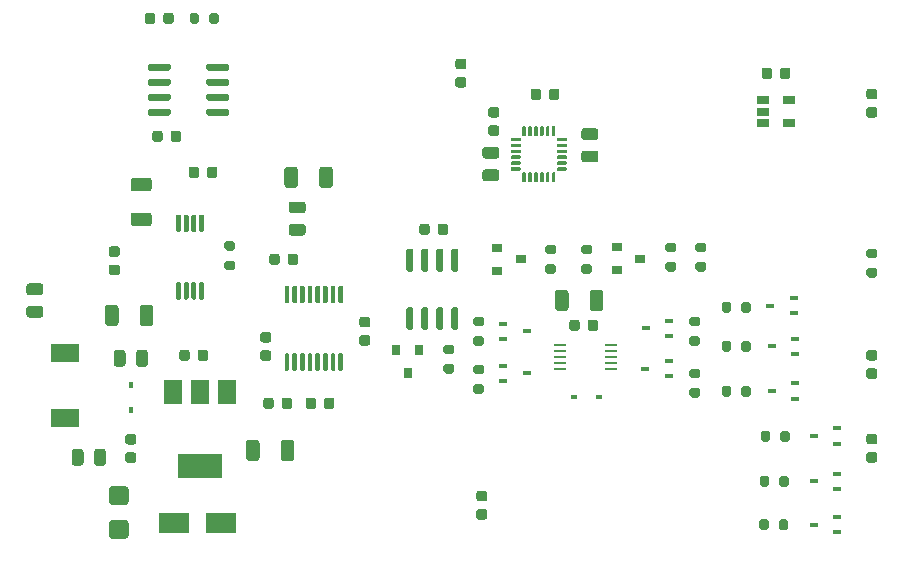
<source format=gbr>
%TF.GenerationSoftware,KiCad,Pcbnew,(5.1.9)-1*%
%TF.CreationDate,2021-02-21T10:06:18+01:00*%
%TF.ProjectId,CanDisplayFoReal,43616e44-6973-4706-9c61-79466f526561,rev?*%
%TF.SameCoordinates,Original*%
%TF.FileFunction,Paste,Top*%
%TF.FilePolarity,Positive*%
%FSLAX46Y46*%
G04 Gerber Fmt 4.6, Leading zero omitted, Abs format (unit mm)*
G04 Created by KiCad (PCBNEW (5.1.9)-1) date 2021-02-21 10:06:18*
%MOMM*%
%LPD*%
G01*
G04 APERTURE LIST*
%ADD10R,1.100000X0.250000*%
%ADD11R,1.500000X2.000000*%
%ADD12R,3.800000X2.000000*%
%ADD13R,1.060000X0.650000*%
%ADD14R,0.900000X0.800000*%
%ADD15R,2.400000X1.500000*%
%ADD16R,0.700000X0.450000*%
%ADD17R,0.600000X0.450000*%
%ADD18R,0.450000X0.600000*%
%ADD19R,2.500000X1.800000*%
%ADD20R,0.800000X0.900000*%
G04 APERTURE END LIST*
%TO.C,C31*%
G36*
G01*
X194052000Y-60635000D02*
X193552000Y-60635000D01*
G75*
G02*
X193327000Y-60410000I0J225000D01*
G01*
X193327000Y-59960000D01*
G75*
G02*
X193552000Y-59735000I225000J0D01*
G01*
X194052000Y-59735000D01*
G75*
G02*
X194277000Y-59960000I0J-225000D01*
G01*
X194277000Y-60410000D01*
G75*
G02*
X194052000Y-60635000I-225000J0D01*
G01*
G37*
G36*
G01*
X194052000Y-62185000D02*
X193552000Y-62185000D01*
G75*
G02*
X193327000Y-61960000I0J225000D01*
G01*
X193327000Y-61510000D01*
G75*
G02*
X193552000Y-61285000I225000J0D01*
G01*
X194052000Y-61285000D01*
G75*
G02*
X194277000Y-61510000I0J-225000D01*
G01*
X194277000Y-61960000D01*
G75*
G02*
X194052000Y-62185000I-225000J0D01*
G01*
G37*
%TD*%
%TO.C,C30*%
G36*
G01*
X194052000Y-89845000D02*
X193552000Y-89845000D01*
G75*
G02*
X193327000Y-89620000I0J225000D01*
G01*
X193327000Y-89170000D01*
G75*
G02*
X193552000Y-88945000I225000J0D01*
G01*
X194052000Y-88945000D01*
G75*
G02*
X194277000Y-89170000I0J-225000D01*
G01*
X194277000Y-89620000D01*
G75*
G02*
X194052000Y-89845000I-225000J0D01*
G01*
G37*
G36*
G01*
X194052000Y-91395000D02*
X193552000Y-91395000D01*
G75*
G02*
X193327000Y-91170000I0J225000D01*
G01*
X193327000Y-90720000D01*
G75*
G02*
X193552000Y-90495000I225000J0D01*
G01*
X194052000Y-90495000D01*
G75*
G02*
X194277000Y-90720000I0J-225000D01*
G01*
X194277000Y-91170000D01*
G75*
G02*
X194052000Y-91395000I-225000J0D01*
G01*
G37*
%TD*%
%TO.C,C24*%
G36*
G01*
X161032000Y-94671000D02*
X160532000Y-94671000D01*
G75*
G02*
X160307000Y-94446000I0J225000D01*
G01*
X160307000Y-93996000D01*
G75*
G02*
X160532000Y-93771000I225000J0D01*
G01*
X161032000Y-93771000D01*
G75*
G02*
X161257000Y-93996000I0J-225000D01*
G01*
X161257000Y-94446000D01*
G75*
G02*
X161032000Y-94671000I-225000J0D01*
G01*
G37*
G36*
G01*
X161032000Y-96221000D02*
X160532000Y-96221000D01*
G75*
G02*
X160307000Y-95996000I0J225000D01*
G01*
X160307000Y-95546000D01*
G75*
G02*
X160532000Y-95321000I225000J0D01*
G01*
X161032000Y-95321000D01*
G75*
G02*
X161257000Y-95546000I0J-225000D01*
G01*
X161257000Y-95996000D01*
G75*
G02*
X161032000Y-96221000I-225000J0D01*
G01*
G37*
%TD*%
%TO.C,C6*%
G36*
G01*
X158754000Y-58732000D02*
X159254000Y-58732000D01*
G75*
G02*
X159479000Y-58957000I0J-225000D01*
G01*
X159479000Y-59407000D01*
G75*
G02*
X159254000Y-59632000I-225000J0D01*
G01*
X158754000Y-59632000D01*
G75*
G02*
X158529000Y-59407000I0J225000D01*
G01*
X158529000Y-58957000D01*
G75*
G02*
X158754000Y-58732000I225000J0D01*
G01*
G37*
G36*
G01*
X158754000Y-57182000D02*
X159254000Y-57182000D01*
G75*
G02*
X159479000Y-57407000I0J-225000D01*
G01*
X159479000Y-57857000D01*
G75*
G02*
X159254000Y-58082000I-225000J0D01*
G01*
X158754000Y-58082000D01*
G75*
G02*
X158529000Y-57857000I0J225000D01*
G01*
X158529000Y-57407000D01*
G75*
G02*
X158754000Y-57182000I225000J0D01*
G01*
G37*
%TD*%
%TO.C,C4*%
G36*
G01*
X194052000Y-82746000D02*
X193552000Y-82746000D01*
G75*
G02*
X193327000Y-82521000I0J225000D01*
G01*
X193327000Y-82071000D01*
G75*
G02*
X193552000Y-81846000I225000J0D01*
G01*
X194052000Y-81846000D01*
G75*
G02*
X194277000Y-82071000I0J-225000D01*
G01*
X194277000Y-82521000D01*
G75*
G02*
X194052000Y-82746000I-225000J0D01*
G01*
G37*
G36*
G01*
X194052000Y-84296000D02*
X193552000Y-84296000D01*
G75*
G02*
X193327000Y-84071000I0J225000D01*
G01*
X193327000Y-83621000D01*
G75*
G02*
X193552000Y-83396000I225000J0D01*
G01*
X194052000Y-83396000D01*
G75*
G02*
X194277000Y-83621000I0J-225000D01*
G01*
X194277000Y-84071000D01*
G75*
G02*
X194052000Y-84296000I-225000J0D01*
G01*
G37*
%TD*%
%TO.C,U10*%
G36*
G01*
X134455000Y-61572000D02*
X134455000Y-61872000D01*
G75*
G02*
X134305000Y-62022000I-150000J0D01*
G01*
X132655000Y-62022000D01*
G75*
G02*
X132505000Y-61872000I0J150000D01*
G01*
X132505000Y-61572000D01*
G75*
G02*
X132655000Y-61422000I150000J0D01*
G01*
X134305000Y-61422000D01*
G75*
G02*
X134455000Y-61572000I0J-150000D01*
G01*
G37*
G36*
G01*
X134455000Y-60302000D02*
X134455000Y-60602000D01*
G75*
G02*
X134305000Y-60752000I-150000J0D01*
G01*
X132655000Y-60752000D01*
G75*
G02*
X132505000Y-60602000I0J150000D01*
G01*
X132505000Y-60302000D01*
G75*
G02*
X132655000Y-60152000I150000J0D01*
G01*
X134305000Y-60152000D01*
G75*
G02*
X134455000Y-60302000I0J-150000D01*
G01*
G37*
G36*
G01*
X134455000Y-59032000D02*
X134455000Y-59332000D01*
G75*
G02*
X134305000Y-59482000I-150000J0D01*
G01*
X132655000Y-59482000D01*
G75*
G02*
X132505000Y-59332000I0J150000D01*
G01*
X132505000Y-59032000D01*
G75*
G02*
X132655000Y-58882000I150000J0D01*
G01*
X134305000Y-58882000D01*
G75*
G02*
X134455000Y-59032000I0J-150000D01*
G01*
G37*
G36*
G01*
X134455000Y-57762000D02*
X134455000Y-58062000D01*
G75*
G02*
X134305000Y-58212000I-150000J0D01*
G01*
X132655000Y-58212000D01*
G75*
G02*
X132505000Y-58062000I0J150000D01*
G01*
X132505000Y-57762000D01*
G75*
G02*
X132655000Y-57612000I150000J0D01*
G01*
X134305000Y-57612000D01*
G75*
G02*
X134455000Y-57762000I0J-150000D01*
G01*
G37*
G36*
G01*
X139405000Y-57762000D02*
X139405000Y-58062000D01*
G75*
G02*
X139255000Y-58212000I-150000J0D01*
G01*
X137605000Y-58212000D01*
G75*
G02*
X137455000Y-58062000I0J150000D01*
G01*
X137455000Y-57762000D01*
G75*
G02*
X137605000Y-57612000I150000J0D01*
G01*
X139255000Y-57612000D01*
G75*
G02*
X139405000Y-57762000I0J-150000D01*
G01*
G37*
G36*
G01*
X139405000Y-59032000D02*
X139405000Y-59332000D01*
G75*
G02*
X139255000Y-59482000I-150000J0D01*
G01*
X137605000Y-59482000D01*
G75*
G02*
X137455000Y-59332000I0J150000D01*
G01*
X137455000Y-59032000D01*
G75*
G02*
X137605000Y-58882000I150000J0D01*
G01*
X139255000Y-58882000D01*
G75*
G02*
X139405000Y-59032000I0J-150000D01*
G01*
G37*
G36*
G01*
X139405000Y-60302000D02*
X139405000Y-60602000D01*
G75*
G02*
X139255000Y-60752000I-150000J0D01*
G01*
X137605000Y-60752000D01*
G75*
G02*
X137455000Y-60602000I0J150000D01*
G01*
X137455000Y-60302000D01*
G75*
G02*
X137605000Y-60152000I150000J0D01*
G01*
X139255000Y-60152000D01*
G75*
G02*
X139405000Y-60302000I0J-150000D01*
G01*
G37*
G36*
G01*
X139405000Y-61572000D02*
X139405000Y-61872000D01*
G75*
G02*
X139255000Y-62022000I-150000J0D01*
G01*
X137605000Y-62022000D01*
G75*
G02*
X137455000Y-61872000I0J150000D01*
G01*
X137455000Y-61572000D01*
G75*
G02*
X137605000Y-61422000I150000J0D01*
G01*
X139255000Y-61422000D01*
G75*
G02*
X139405000Y-61572000I0J-150000D01*
G01*
G37*
%TD*%
%TO.C,C29*%
G36*
G01*
X162048000Y-62172000D02*
X161548000Y-62172000D01*
G75*
G02*
X161323000Y-61947000I0J225000D01*
G01*
X161323000Y-61497000D01*
G75*
G02*
X161548000Y-61272000I225000J0D01*
G01*
X162048000Y-61272000D01*
G75*
G02*
X162273000Y-61497000I0J-225000D01*
G01*
X162273000Y-61947000D01*
G75*
G02*
X162048000Y-62172000I-225000J0D01*
G01*
G37*
G36*
G01*
X162048000Y-63722000D02*
X161548000Y-63722000D01*
G75*
G02*
X161323000Y-63497000I0J225000D01*
G01*
X161323000Y-63047000D01*
G75*
G02*
X161548000Y-62822000I225000J0D01*
G01*
X162048000Y-62822000D01*
G75*
G02*
X162273000Y-63047000I0J-225000D01*
G01*
X162273000Y-63497000D01*
G75*
G02*
X162048000Y-63722000I-225000J0D01*
G01*
G37*
%TD*%
%TO.C,C28*%
G36*
G01*
X134424000Y-64004000D02*
X134424000Y-63504000D01*
G75*
G02*
X134649000Y-63279000I225000J0D01*
G01*
X135099000Y-63279000D01*
G75*
G02*
X135324000Y-63504000I0J-225000D01*
G01*
X135324000Y-64004000D01*
G75*
G02*
X135099000Y-64229000I-225000J0D01*
G01*
X134649000Y-64229000D01*
G75*
G02*
X134424000Y-64004000I0J225000D01*
G01*
G37*
G36*
G01*
X132874000Y-64004000D02*
X132874000Y-63504000D01*
G75*
G02*
X133099000Y-63279000I225000J0D01*
G01*
X133549000Y-63279000D01*
G75*
G02*
X133774000Y-63504000I0J-225000D01*
G01*
X133774000Y-64004000D01*
G75*
G02*
X133549000Y-64229000I-225000J0D01*
G01*
X133099000Y-64229000D01*
G75*
G02*
X132874000Y-64004000I0J225000D01*
G01*
G37*
%TD*%
%TO.C,C27*%
G36*
G01*
X162019000Y-65656000D02*
X161069000Y-65656000D01*
G75*
G02*
X160819000Y-65406000I0J250000D01*
G01*
X160819000Y-64906000D01*
G75*
G02*
X161069000Y-64656000I250000J0D01*
G01*
X162019000Y-64656000D01*
G75*
G02*
X162269000Y-64906000I0J-250000D01*
G01*
X162269000Y-65406000D01*
G75*
G02*
X162019000Y-65656000I-250000J0D01*
G01*
G37*
G36*
G01*
X162019000Y-67556000D02*
X161069000Y-67556000D01*
G75*
G02*
X160819000Y-67306000I0J250000D01*
G01*
X160819000Y-66806000D01*
G75*
G02*
X161069000Y-66556000I250000J0D01*
G01*
X162019000Y-66556000D01*
G75*
G02*
X162269000Y-66806000I0J-250000D01*
G01*
X162269000Y-67306000D01*
G75*
G02*
X162019000Y-67556000I-250000J0D01*
G01*
G37*
%TD*%
%TO.C,C26*%
G36*
G01*
X166454000Y-60448000D02*
X166454000Y-59948000D01*
G75*
G02*
X166679000Y-59723000I225000J0D01*
G01*
X167129000Y-59723000D01*
G75*
G02*
X167354000Y-59948000I0J-225000D01*
G01*
X167354000Y-60448000D01*
G75*
G02*
X167129000Y-60673000I-225000J0D01*
G01*
X166679000Y-60673000D01*
G75*
G02*
X166454000Y-60448000I0J225000D01*
G01*
G37*
G36*
G01*
X164904000Y-60448000D02*
X164904000Y-59948000D01*
G75*
G02*
X165129000Y-59723000I225000J0D01*
G01*
X165579000Y-59723000D01*
G75*
G02*
X165804000Y-59948000I0J-225000D01*
G01*
X165804000Y-60448000D01*
G75*
G02*
X165579000Y-60673000I-225000J0D01*
G01*
X165129000Y-60673000D01*
G75*
G02*
X164904000Y-60448000I0J225000D01*
G01*
G37*
%TD*%
%TO.C,C25*%
G36*
G01*
X169451000Y-64966000D02*
X170401000Y-64966000D01*
G75*
G02*
X170651000Y-65216000I0J-250000D01*
G01*
X170651000Y-65716000D01*
G75*
G02*
X170401000Y-65966000I-250000J0D01*
G01*
X169451000Y-65966000D01*
G75*
G02*
X169201000Y-65716000I0J250000D01*
G01*
X169201000Y-65216000D01*
G75*
G02*
X169451000Y-64966000I250000J0D01*
G01*
G37*
G36*
G01*
X169451000Y-63066000D02*
X170401000Y-63066000D01*
G75*
G02*
X170651000Y-63316000I0J-250000D01*
G01*
X170651000Y-63816000D01*
G75*
G02*
X170401000Y-64066000I-250000J0D01*
G01*
X169451000Y-64066000D01*
G75*
G02*
X169201000Y-63816000I0J250000D01*
G01*
X169201000Y-63316000D01*
G75*
G02*
X169451000Y-63066000I250000J0D01*
G01*
G37*
%TD*%
%TO.C,U9*%
G36*
G01*
X166783000Y-66803000D02*
X166933000Y-66803000D01*
G75*
G02*
X167008000Y-66878000I0J-75000D01*
G01*
X167008000Y-67578000D01*
G75*
G02*
X166933000Y-67653000I-75000J0D01*
G01*
X166783000Y-67653000D01*
G75*
G02*
X166708000Y-67578000I0J75000D01*
G01*
X166708000Y-66878000D01*
G75*
G02*
X166783000Y-66803000I75000J0D01*
G01*
G37*
G36*
G01*
X166283000Y-66803000D02*
X166433000Y-66803000D01*
G75*
G02*
X166508000Y-66878000I0J-75000D01*
G01*
X166508000Y-67578000D01*
G75*
G02*
X166433000Y-67653000I-75000J0D01*
G01*
X166283000Y-67653000D01*
G75*
G02*
X166208000Y-67578000I0J75000D01*
G01*
X166208000Y-66878000D01*
G75*
G02*
X166283000Y-66803000I75000J0D01*
G01*
G37*
G36*
G01*
X165783000Y-66803000D02*
X165933000Y-66803000D01*
G75*
G02*
X166008000Y-66878000I0J-75000D01*
G01*
X166008000Y-67578000D01*
G75*
G02*
X165933000Y-67653000I-75000J0D01*
G01*
X165783000Y-67653000D01*
G75*
G02*
X165708000Y-67578000I0J75000D01*
G01*
X165708000Y-66878000D01*
G75*
G02*
X165783000Y-66803000I75000J0D01*
G01*
G37*
G36*
G01*
X165283000Y-66803000D02*
X165433000Y-66803000D01*
G75*
G02*
X165508000Y-66878000I0J-75000D01*
G01*
X165508000Y-67578000D01*
G75*
G02*
X165433000Y-67653000I-75000J0D01*
G01*
X165283000Y-67653000D01*
G75*
G02*
X165208000Y-67578000I0J75000D01*
G01*
X165208000Y-66878000D01*
G75*
G02*
X165283000Y-66803000I75000J0D01*
G01*
G37*
G36*
G01*
X164783000Y-66803000D02*
X164933000Y-66803000D01*
G75*
G02*
X165008000Y-66878000I0J-75000D01*
G01*
X165008000Y-67578000D01*
G75*
G02*
X164933000Y-67653000I-75000J0D01*
G01*
X164783000Y-67653000D01*
G75*
G02*
X164708000Y-67578000I0J75000D01*
G01*
X164708000Y-66878000D01*
G75*
G02*
X164783000Y-66803000I75000J0D01*
G01*
G37*
G36*
G01*
X164283000Y-66803000D02*
X164433000Y-66803000D01*
G75*
G02*
X164508000Y-66878000I0J-75000D01*
G01*
X164508000Y-67578000D01*
G75*
G02*
X164433000Y-67653000I-75000J0D01*
G01*
X164283000Y-67653000D01*
G75*
G02*
X164208000Y-67578000I0J75000D01*
G01*
X164208000Y-66878000D01*
G75*
G02*
X164283000Y-66803000I75000J0D01*
G01*
G37*
G36*
G01*
X164083000Y-66453000D02*
X164083000Y-66603000D01*
G75*
G02*
X164008000Y-66678000I-75000J0D01*
G01*
X163308000Y-66678000D01*
G75*
G02*
X163233000Y-66603000I0J75000D01*
G01*
X163233000Y-66453000D01*
G75*
G02*
X163308000Y-66378000I75000J0D01*
G01*
X164008000Y-66378000D01*
G75*
G02*
X164083000Y-66453000I0J-75000D01*
G01*
G37*
G36*
G01*
X164083000Y-65953000D02*
X164083000Y-66103000D01*
G75*
G02*
X164008000Y-66178000I-75000J0D01*
G01*
X163308000Y-66178000D01*
G75*
G02*
X163233000Y-66103000I0J75000D01*
G01*
X163233000Y-65953000D01*
G75*
G02*
X163308000Y-65878000I75000J0D01*
G01*
X164008000Y-65878000D01*
G75*
G02*
X164083000Y-65953000I0J-75000D01*
G01*
G37*
G36*
G01*
X164083000Y-65453000D02*
X164083000Y-65603000D01*
G75*
G02*
X164008000Y-65678000I-75000J0D01*
G01*
X163308000Y-65678000D01*
G75*
G02*
X163233000Y-65603000I0J75000D01*
G01*
X163233000Y-65453000D01*
G75*
G02*
X163308000Y-65378000I75000J0D01*
G01*
X164008000Y-65378000D01*
G75*
G02*
X164083000Y-65453000I0J-75000D01*
G01*
G37*
G36*
G01*
X164083000Y-64953000D02*
X164083000Y-65103000D01*
G75*
G02*
X164008000Y-65178000I-75000J0D01*
G01*
X163308000Y-65178000D01*
G75*
G02*
X163233000Y-65103000I0J75000D01*
G01*
X163233000Y-64953000D01*
G75*
G02*
X163308000Y-64878000I75000J0D01*
G01*
X164008000Y-64878000D01*
G75*
G02*
X164083000Y-64953000I0J-75000D01*
G01*
G37*
G36*
G01*
X164083000Y-64453000D02*
X164083000Y-64603000D01*
G75*
G02*
X164008000Y-64678000I-75000J0D01*
G01*
X163308000Y-64678000D01*
G75*
G02*
X163233000Y-64603000I0J75000D01*
G01*
X163233000Y-64453000D01*
G75*
G02*
X163308000Y-64378000I75000J0D01*
G01*
X164008000Y-64378000D01*
G75*
G02*
X164083000Y-64453000I0J-75000D01*
G01*
G37*
G36*
G01*
X164083000Y-63953000D02*
X164083000Y-64103000D01*
G75*
G02*
X164008000Y-64178000I-75000J0D01*
G01*
X163308000Y-64178000D01*
G75*
G02*
X163233000Y-64103000I0J75000D01*
G01*
X163233000Y-63953000D01*
G75*
G02*
X163308000Y-63878000I75000J0D01*
G01*
X164008000Y-63878000D01*
G75*
G02*
X164083000Y-63953000I0J-75000D01*
G01*
G37*
G36*
G01*
X164283000Y-62903000D02*
X164433000Y-62903000D01*
G75*
G02*
X164508000Y-62978000I0J-75000D01*
G01*
X164508000Y-63678000D01*
G75*
G02*
X164433000Y-63753000I-75000J0D01*
G01*
X164283000Y-63753000D01*
G75*
G02*
X164208000Y-63678000I0J75000D01*
G01*
X164208000Y-62978000D01*
G75*
G02*
X164283000Y-62903000I75000J0D01*
G01*
G37*
G36*
G01*
X164783000Y-62903000D02*
X164933000Y-62903000D01*
G75*
G02*
X165008000Y-62978000I0J-75000D01*
G01*
X165008000Y-63678000D01*
G75*
G02*
X164933000Y-63753000I-75000J0D01*
G01*
X164783000Y-63753000D01*
G75*
G02*
X164708000Y-63678000I0J75000D01*
G01*
X164708000Y-62978000D01*
G75*
G02*
X164783000Y-62903000I75000J0D01*
G01*
G37*
G36*
G01*
X165283000Y-62903000D02*
X165433000Y-62903000D01*
G75*
G02*
X165508000Y-62978000I0J-75000D01*
G01*
X165508000Y-63678000D01*
G75*
G02*
X165433000Y-63753000I-75000J0D01*
G01*
X165283000Y-63753000D01*
G75*
G02*
X165208000Y-63678000I0J75000D01*
G01*
X165208000Y-62978000D01*
G75*
G02*
X165283000Y-62903000I75000J0D01*
G01*
G37*
G36*
G01*
X165783000Y-62903000D02*
X165933000Y-62903000D01*
G75*
G02*
X166008000Y-62978000I0J-75000D01*
G01*
X166008000Y-63678000D01*
G75*
G02*
X165933000Y-63753000I-75000J0D01*
G01*
X165783000Y-63753000D01*
G75*
G02*
X165708000Y-63678000I0J75000D01*
G01*
X165708000Y-62978000D01*
G75*
G02*
X165783000Y-62903000I75000J0D01*
G01*
G37*
G36*
G01*
X166283000Y-62903000D02*
X166433000Y-62903000D01*
G75*
G02*
X166508000Y-62978000I0J-75000D01*
G01*
X166508000Y-63678000D01*
G75*
G02*
X166433000Y-63753000I-75000J0D01*
G01*
X166283000Y-63753000D01*
G75*
G02*
X166208000Y-63678000I0J75000D01*
G01*
X166208000Y-62978000D01*
G75*
G02*
X166283000Y-62903000I75000J0D01*
G01*
G37*
G36*
G01*
X166783000Y-62903000D02*
X166933000Y-62903000D01*
G75*
G02*
X167008000Y-62978000I0J-75000D01*
G01*
X167008000Y-63678000D01*
G75*
G02*
X166933000Y-63753000I-75000J0D01*
G01*
X166783000Y-63753000D01*
G75*
G02*
X166708000Y-63678000I0J75000D01*
G01*
X166708000Y-62978000D01*
G75*
G02*
X166783000Y-62903000I75000J0D01*
G01*
G37*
G36*
G01*
X167983000Y-63953000D02*
X167983000Y-64103000D01*
G75*
G02*
X167908000Y-64178000I-75000J0D01*
G01*
X167208000Y-64178000D01*
G75*
G02*
X167133000Y-64103000I0J75000D01*
G01*
X167133000Y-63953000D01*
G75*
G02*
X167208000Y-63878000I75000J0D01*
G01*
X167908000Y-63878000D01*
G75*
G02*
X167983000Y-63953000I0J-75000D01*
G01*
G37*
G36*
G01*
X167983000Y-64453000D02*
X167983000Y-64603000D01*
G75*
G02*
X167908000Y-64678000I-75000J0D01*
G01*
X167208000Y-64678000D01*
G75*
G02*
X167133000Y-64603000I0J75000D01*
G01*
X167133000Y-64453000D01*
G75*
G02*
X167208000Y-64378000I75000J0D01*
G01*
X167908000Y-64378000D01*
G75*
G02*
X167983000Y-64453000I0J-75000D01*
G01*
G37*
G36*
G01*
X167983000Y-64953000D02*
X167983000Y-65103000D01*
G75*
G02*
X167908000Y-65178000I-75000J0D01*
G01*
X167208000Y-65178000D01*
G75*
G02*
X167133000Y-65103000I0J75000D01*
G01*
X167133000Y-64953000D01*
G75*
G02*
X167208000Y-64878000I75000J0D01*
G01*
X167908000Y-64878000D01*
G75*
G02*
X167983000Y-64953000I0J-75000D01*
G01*
G37*
G36*
G01*
X167983000Y-65453000D02*
X167983000Y-65603000D01*
G75*
G02*
X167908000Y-65678000I-75000J0D01*
G01*
X167208000Y-65678000D01*
G75*
G02*
X167133000Y-65603000I0J75000D01*
G01*
X167133000Y-65453000D01*
G75*
G02*
X167208000Y-65378000I75000J0D01*
G01*
X167908000Y-65378000D01*
G75*
G02*
X167983000Y-65453000I0J-75000D01*
G01*
G37*
G36*
G01*
X167983000Y-65953000D02*
X167983000Y-66103000D01*
G75*
G02*
X167908000Y-66178000I-75000J0D01*
G01*
X167208000Y-66178000D01*
G75*
G02*
X167133000Y-66103000I0J75000D01*
G01*
X167133000Y-65953000D01*
G75*
G02*
X167208000Y-65878000I75000J0D01*
G01*
X167908000Y-65878000D01*
G75*
G02*
X167983000Y-65953000I0J-75000D01*
G01*
G37*
G36*
G01*
X167983000Y-66453000D02*
X167983000Y-66603000D01*
G75*
G02*
X167908000Y-66678000I-75000J0D01*
G01*
X167208000Y-66678000D01*
G75*
G02*
X167133000Y-66603000I0J75000D01*
G01*
X167133000Y-66453000D01*
G75*
G02*
X167208000Y-66378000I75000J0D01*
G01*
X167908000Y-66378000D01*
G75*
G02*
X167983000Y-66453000I0J-75000D01*
G01*
G37*
%TD*%
%TO.C,C23*%
G36*
G01*
X131514000Y-83025000D02*
X131514000Y-82075000D01*
G75*
G02*
X131764000Y-81825000I250000J0D01*
G01*
X132264000Y-81825000D01*
G75*
G02*
X132514000Y-82075000I0J-250000D01*
G01*
X132514000Y-83025000D01*
G75*
G02*
X132264000Y-83275000I-250000J0D01*
G01*
X131764000Y-83275000D01*
G75*
G02*
X131514000Y-83025000I0J250000D01*
G01*
G37*
G36*
G01*
X129614000Y-83025000D02*
X129614000Y-82075000D01*
G75*
G02*
X129864000Y-81825000I250000J0D01*
G01*
X130364000Y-81825000D01*
G75*
G02*
X130614000Y-82075000I0J-250000D01*
G01*
X130614000Y-83025000D01*
G75*
G02*
X130364000Y-83275000I-250000J0D01*
G01*
X129864000Y-83275000D01*
G75*
G02*
X129614000Y-83025000I0J250000D01*
G01*
G37*
%TD*%
%TO.C,C17*%
G36*
G01*
X144671000Y-71174000D02*
X145621000Y-71174000D01*
G75*
G02*
X145871000Y-71424000I0J-250000D01*
G01*
X145871000Y-71924000D01*
G75*
G02*
X145621000Y-72174000I-250000J0D01*
G01*
X144671000Y-72174000D01*
G75*
G02*
X144421000Y-71924000I0J250000D01*
G01*
X144421000Y-71424000D01*
G75*
G02*
X144671000Y-71174000I250000J0D01*
G01*
G37*
G36*
G01*
X144671000Y-69274000D02*
X145621000Y-69274000D01*
G75*
G02*
X145871000Y-69524000I0J-250000D01*
G01*
X145871000Y-70024000D01*
G75*
G02*
X145621000Y-70274000I-250000J0D01*
G01*
X144671000Y-70274000D01*
G75*
G02*
X144421000Y-70024000I0J250000D01*
G01*
X144421000Y-69524000D01*
G75*
G02*
X144671000Y-69274000I250000J0D01*
G01*
G37*
%TD*%
%TO.C,C22*%
G36*
G01*
X168122000Y-76997999D02*
X168122000Y-78298001D01*
G75*
G02*
X167872001Y-78548000I-249999J0D01*
G01*
X167221999Y-78548000D01*
G75*
G02*
X166972000Y-78298001I0J249999D01*
G01*
X166972000Y-76997999D01*
G75*
G02*
X167221999Y-76748000I249999J0D01*
G01*
X167872001Y-76748000D01*
G75*
G02*
X168122000Y-76997999I0J-249999D01*
G01*
G37*
G36*
G01*
X171072000Y-76997999D02*
X171072000Y-78298001D01*
G75*
G02*
X170822001Y-78548000I-249999J0D01*
G01*
X170171999Y-78548000D01*
G75*
G02*
X169922000Y-78298001I0J249999D01*
G01*
X169922000Y-76997999D01*
G75*
G02*
X170171999Y-76748000I249999J0D01*
G01*
X170822001Y-76748000D01*
G75*
G02*
X171072000Y-76997999I0J-249999D01*
G01*
G37*
%TD*%
%TO.C,C21*%
G36*
G01*
X143760000Y-90998001D02*
X143760000Y-89697999D01*
G75*
G02*
X144009999Y-89448000I249999J0D01*
G01*
X144660001Y-89448000D01*
G75*
G02*
X144910000Y-89697999I0J-249999D01*
G01*
X144910000Y-90998001D01*
G75*
G02*
X144660001Y-91248000I-249999J0D01*
G01*
X144009999Y-91248000D01*
G75*
G02*
X143760000Y-90998001I0J249999D01*
G01*
G37*
G36*
G01*
X140810000Y-90998001D02*
X140810000Y-89697999D01*
G75*
G02*
X141059999Y-89448000I249999J0D01*
G01*
X141710001Y-89448000D01*
G75*
G02*
X141960000Y-89697999I0J-249999D01*
G01*
X141960000Y-90998001D01*
G75*
G02*
X141710001Y-91248000I-249999J0D01*
G01*
X141059999Y-91248000D01*
G75*
G02*
X140810000Y-90998001I0J249999D01*
G01*
G37*
%TD*%
%TO.C,C20*%
G36*
G01*
X132588001Y-68415000D02*
X131287999Y-68415000D01*
G75*
G02*
X131038000Y-68165001I0J249999D01*
G01*
X131038000Y-67514999D01*
G75*
G02*
X131287999Y-67265000I249999J0D01*
G01*
X132588001Y-67265000D01*
G75*
G02*
X132838000Y-67514999I0J-249999D01*
G01*
X132838000Y-68165001D01*
G75*
G02*
X132588001Y-68415000I-249999J0D01*
G01*
G37*
G36*
G01*
X132588001Y-71365000D02*
X131287999Y-71365000D01*
G75*
G02*
X131038000Y-71115001I0J249999D01*
G01*
X131038000Y-70464999D01*
G75*
G02*
X131287999Y-70215000I249999J0D01*
G01*
X132588001Y-70215000D01*
G75*
G02*
X132838000Y-70464999I0J-249999D01*
G01*
X132838000Y-71115001D01*
G75*
G02*
X132588001Y-71365000I-249999J0D01*
G01*
G37*
%TD*%
%TO.C,C19*%
G36*
G01*
X131822000Y-79568001D02*
X131822000Y-78267999D01*
G75*
G02*
X132071999Y-78018000I249999J0D01*
G01*
X132722001Y-78018000D01*
G75*
G02*
X132972000Y-78267999I0J-249999D01*
G01*
X132972000Y-79568001D01*
G75*
G02*
X132722001Y-79818000I-249999J0D01*
G01*
X132071999Y-79818000D01*
G75*
G02*
X131822000Y-79568001I0J249999D01*
G01*
G37*
G36*
G01*
X128872000Y-79568001D02*
X128872000Y-78267999D01*
G75*
G02*
X129121999Y-78018000I249999J0D01*
G01*
X129772001Y-78018000D01*
G75*
G02*
X130022000Y-78267999I0J-249999D01*
G01*
X130022000Y-79568001D01*
G75*
G02*
X129772001Y-79818000I-249999J0D01*
G01*
X129121999Y-79818000D01*
G75*
G02*
X128872000Y-79568001I0J249999D01*
G01*
G37*
%TD*%
%TO.C,C15*%
G36*
G01*
X147013000Y-67884001D02*
X147013000Y-66583999D01*
G75*
G02*
X147262999Y-66334000I249999J0D01*
G01*
X147913001Y-66334000D01*
G75*
G02*
X148163000Y-66583999I0J-249999D01*
G01*
X148163000Y-67884001D01*
G75*
G02*
X147913001Y-68134000I-249999J0D01*
G01*
X147262999Y-68134000D01*
G75*
G02*
X147013000Y-67884001I0J249999D01*
G01*
G37*
G36*
G01*
X144063000Y-67884001D02*
X144063000Y-66583999D01*
G75*
G02*
X144312999Y-66334000I249999J0D01*
G01*
X144963001Y-66334000D01*
G75*
G02*
X145213000Y-66583999I0J-249999D01*
G01*
X145213000Y-67884001D01*
G75*
G02*
X144963001Y-68134000I-249999J0D01*
G01*
X144312999Y-68134000D01*
G75*
G02*
X144063000Y-67884001I0J249999D01*
G01*
G37*
%TD*%
%TO.C,R3*%
G36*
G01*
X137697000Y-54047000D02*
X137697000Y-53497000D01*
G75*
G02*
X137897000Y-53297000I200000J0D01*
G01*
X138297000Y-53297000D01*
G75*
G02*
X138497000Y-53497000I0J-200000D01*
G01*
X138497000Y-54047000D01*
G75*
G02*
X138297000Y-54247000I-200000J0D01*
G01*
X137897000Y-54247000D01*
G75*
G02*
X137697000Y-54047000I0J200000D01*
G01*
G37*
G36*
G01*
X136047000Y-54047000D02*
X136047000Y-53497000D01*
G75*
G02*
X136247000Y-53297000I200000J0D01*
G01*
X136647000Y-53297000D01*
G75*
G02*
X136847000Y-53497000I0J-200000D01*
G01*
X136847000Y-54047000D01*
G75*
G02*
X136647000Y-54247000I-200000J0D01*
G01*
X136247000Y-54247000D01*
G75*
G02*
X136047000Y-54047000I0J200000D01*
G01*
G37*
%TD*%
%TO.C,D15*%
G36*
G01*
X133812000Y-54028250D02*
X133812000Y-53515750D01*
G75*
G02*
X134030750Y-53297000I218750J0D01*
G01*
X134468250Y-53297000D01*
G75*
G02*
X134687000Y-53515750I0J-218750D01*
G01*
X134687000Y-54028250D01*
G75*
G02*
X134468250Y-54247000I-218750J0D01*
G01*
X134030750Y-54247000D01*
G75*
G02*
X133812000Y-54028250I0J218750D01*
G01*
G37*
G36*
G01*
X132237000Y-54028250D02*
X132237000Y-53515750D01*
G75*
G02*
X132455750Y-53297000I218750J0D01*
G01*
X132893250Y-53297000D01*
G75*
G02*
X133112000Y-53515750I0J-218750D01*
G01*
X133112000Y-54028250D01*
G75*
G02*
X132893250Y-54247000I-218750J0D01*
G01*
X132455750Y-54247000D01*
G75*
G02*
X132237000Y-54028250I0J218750D01*
G01*
G37*
%TD*%
%TO.C,U5*%
G36*
G01*
X135198000Y-71857500D02*
X134998000Y-71857500D01*
G75*
G02*
X134898000Y-71757500I0J100000D01*
G01*
X134898000Y-70482500D01*
G75*
G02*
X134998000Y-70382500I100000J0D01*
G01*
X135198000Y-70382500D01*
G75*
G02*
X135298000Y-70482500I0J-100000D01*
G01*
X135298000Y-71757500D01*
G75*
G02*
X135198000Y-71857500I-100000J0D01*
G01*
G37*
G36*
G01*
X135848000Y-71857500D02*
X135648000Y-71857500D01*
G75*
G02*
X135548000Y-71757500I0J100000D01*
G01*
X135548000Y-70482500D01*
G75*
G02*
X135648000Y-70382500I100000J0D01*
G01*
X135848000Y-70382500D01*
G75*
G02*
X135948000Y-70482500I0J-100000D01*
G01*
X135948000Y-71757500D01*
G75*
G02*
X135848000Y-71857500I-100000J0D01*
G01*
G37*
G36*
G01*
X136498000Y-71857500D02*
X136298000Y-71857500D01*
G75*
G02*
X136198000Y-71757500I0J100000D01*
G01*
X136198000Y-70482500D01*
G75*
G02*
X136298000Y-70382500I100000J0D01*
G01*
X136498000Y-70382500D01*
G75*
G02*
X136598000Y-70482500I0J-100000D01*
G01*
X136598000Y-71757500D01*
G75*
G02*
X136498000Y-71857500I-100000J0D01*
G01*
G37*
G36*
G01*
X137148000Y-71857500D02*
X136948000Y-71857500D01*
G75*
G02*
X136848000Y-71757500I0J100000D01*
G01*
X136848000Y-70482500D01*
G75*
G02*
X136948000Y-70382500I100000J0D01*
G01*
X137148000Y-70382500D01*
G75*
G02*
X137248000Y-70482500I0J-100000D01*
G01*
X137248000Y-71757500D01*
G75*
G02*
X137148000Y-71857500I-100000J0D01*
G01*
G37*
G36*
G01*
X137148000Y-77582500D02*
X136948000Y-77582500D01*
G75*
G02*
X136848000Y-77482500I0J100000D01*
G01*
X136848000Y-76207500D01*
G75*
G02*
X136948000Y-76107500I100000J0D01*
G01*
X137148000Y-76107500D01*
G75*
G02*
X137248000Y-76207500I0J-100000D01*
G01*
X137248000Y-77482500D01*
G75*
G02*
X137148000Y-77582500I-100000J0D01*
G01*
G37*
G36*
G01*
X136498000Y-77582500D02*
X136298000Y-77582500D01*
G75*
G02*
X136198000Y-77482500I0J100000D01*
G01*
X136198000Y-76207500D01*
G75*
G02*
X136298000Y-76107500I100000J0D01*
G01*
X136498000Y-76107500D01*
G75*
G02*
X136598000Y-76207500I0J-100000D01*
G01*
X136598000Y-77482500D01*
G75*
G02*
X136498000Y-77582500I-100000J0D01*
G01*
G37*
G36*
G01*
X135848000Y-77582500D02*
X135648000Y-77582500D01*
G75*
G02*
X135548000Y-77482500I0J100000D01*
G01*
X135548000Y-76207500D01*
G75*
G02*
X135648000Y-76107500I100000J0D01*
G01*
X135848000Y-76107500D01*
G75*
G02*
X135948000Y-76207500I0J-100000D01*
G01*
X135948000Y-77482500D01*
G75*
G02*
X135848000Y-77582500I-100000J0D01*
G01*
G37*
G36*
G01*
X135198000Y-77582500D02*
X134998000Y-77582500D01*
G75*
G02*
X134898000Y-77482500I0J100000D01*
G01*
X134898000Y-76207500D01*
G75*
G02*
X134998000Y-76107500I100000J0D01*
G01*
X135198000Y-76107500D01*
G75*
G02*
X135298000Y-76207500I0J-100000D01*
G01*
X135298000Y-77482500D01*
G75*
G02*
X135198000Y-77582500I-100000J0D01*
G01*
G37*
%TD*%
%TO.C,C12*%
G36*
G01*
X137498000Y-67052000D02*
X137498000Y-66552000D01*
G75*
G02*
X137723000Y-66327000I225000J0D01*
G01*
X138173000Y-66327000D01*
G75*
G02*
X138398000Y-66552000I0J-225000D01*
G01*
X138398000Y-67052000D01*
G75*
G02*
X138173000Y-67277000I-225000J0D01*
G01*
X137723000Y-67277000D01*
G75*
G02*
X137498000Y-67052000I0J225000D01*
G01*
G37*
G36*
G01*
X135948000Y-67052000D02*
X135948000Y-66552000D01*
G75*
G02*
X136173000Y-66327000I225000J0D01*
G01*
X136623000Y-66327000D01*
G75*
G02*
X136848000Y-66552000I0J-225000D01*
G01*
X136848000Y-67052000D01*
G75*
G02*
X136623000Y-67277000I-225000J0D01*
G01*
X136173000Y-67277000D01*
G75*
G02*
X135948000Y-67052000I0J225000D01*
G01*
G37*
%TD*%
%TO.C,R9*%
G36*
G01*
X139721000Y-73426000D02*
X139171000Y-73426000D01*
G75*
G02*
X138971000Y-73226000I0J200000D01*
G01*
X138971000Y-72826000D01*
G75*
G02*
X139171000Y-72626000I200000J0D01*
G01*
X139721000Y-72626000D01*
G75*
G02*
X139921000Y-72826000I0J-200000D01*
G01*
X139921000Y-73226000D01*
G75*
G02*
X139721000Y-73426000I-200000J0D01*
G01*
G37*
G36*
G01*
X139721000Y-75076000D02*
X139171000Y-75076000D01*
G75*
G02*
X138971000Y-74876000I0J200000D01*
G01*
X138971000Y-74476000D01*
G75*
G02*
X139171000Y-74276000I200000J0D01*
G01*
X139721000Y-74276000D01*
G75*
G02*
X139921000Y-74476000I0J-200000D01*
G01*
X139921000Y-74876000D01*
G75*
G02*
X139721000Y-75076000I-200000J0D01*
G01*
G37*
%TD*%
D10*
%TO.C,U8*%
X171695000Y-81423000D03*
X171695000Y-81923000D03*
X171695000Y-82423000D03*
X171695000Y-82923000D03*
X171695000Y-83423000D03*
X167395000Y-83423000D03*
X167395000Y-82923000D03*
X167395000Y-82423000D03*
X167395000Y-81923000D03*
X167395000Y-81423000D03*
%TD*%
D11*
%TO.C,U7*%
X139220000Y-85394000D03*
X134620000Y-85394000D03*
X136920000Y-85394000D03*
D12*
X136920000Y-91694000D03*
%TD*%
%TO.C,U3*%
G36*
G01*
X144383000Y-77885000D02*
X144183000Y-77885000D01*
G75*
G02*
X144083000Y-77785000I0J100000D01*
G01*
X144083000Y-76510000D01*
G75*
G02*
X144183000Y-76410000I100000J0D01*
G01*
X144383000Y-76410000D01*
G75*
G02*
X144483000Y-76510000I0J-100000D01*
G01*
X144483000Y-77785000D01*
G75*
G02*
X144383000Y-77885000I-100000J0D01*
G01*
G37*
G36*
G01*
X145033000Y-77885000D02*
X144833000Y-77885000D01*
G75*
G02*
X144733000Y-77785000I0J100000D01*
G01*
X144733000Y-76510000D01*
G75*
G02*
X144833000Y-76410000I100000J0D01*
G01*
X145033000Y-76410000D01*
G75*
G02*
X145133000Y-76510000I0J-100000D01*
G01*
X145133000Y-77785000D01*
G75*
G02*
X145033000Y-77885000I-100000J0D01*
G01*
G37*
G36*
G01*
X145683000Y-77885000D02*
X145483000Y-77885000D01*
G75*
G02*
X145383000Y-77785000I0J100000D01*
G01*
X145383000Y-76510000D01*
G75*
G02*
X145483000Y-76410000I100000J0D01*
G01*
X145683000Y-76410000D01*
G75*
G02*
X145783000Y-76510000I0J-100000D01*
G01*
X145783000Y-77785000D01*
G75*
G02*
X145683000Y-77885000I-100000J0D01*
G01*
G37*
G36*
G01*
X146333000Y-77885000D02*
X146133000Y-77885000D01*
G75*
G02*
X146033000Y-77785000I0J100000D01*
G01*
X146033000Y-76510000D01*
G75*
G02*
X146133000Y-76410000I100000J0D01*
G01*
X146333000Y-76410000D01*
G75*
G02*
X146433000Y-76510000I0J-100000D01*
G01*
X146433000Y-77785000D01*
G75*
G02*
X146333000Y-77885000I-100000J0D01*
G01*
G37*
G36*
G01*
X146983000Y-77885000D02*
X146783000Y-77885000D01*
G75*
G02*
X146683000Y-77785000I0J100000D01*
G01*
X146683000Y-76510000D01*
G75*
G02*
X146783000Y-76410000I100000J0D01*
G01*
X146983000Y-76410000D01*
G75*
G02*
X147083000Y-76510000I0J-100000D01*
G01*
X147083000Y-77785000D01*
G75*
G02*
X146983000Y-77885000I-100000J0D01*
G01*
G37*
G36*
G01*
X147633000Y-77885000D02*
X147433000Y-77885000D01*
G75*
G02*
X147333000Y-77785000I0J100000D01*
G01*
X147333000Y-76510000D01*
G75*
G02*
X147433000Y-76410000I100000J0D01*
G01*
X147633000Y-76410000D01*
G75*
G02*
X147733000Y-76510000I0J-100000D01*
G01*
X147733000Y-77785000D01*
G75*
G02*
X147633000Y-77885000I-100000J0D01*
G01*
G37*
G36*
G01*
X148283000Y-77885000D02*
X148083000Y-77885000D01*
G75*
G02*
X147983000Y-77785000I0J100000D01*
G01*
X147983000Y-76510000D01*
G75*
G02*
X148083000Y-76410000I100000J0D01*
G01*
X148283000Y-76410000D01*
G75*
G02*
X148383000Y-76510000I0J-100000D01*
G01*
X148383000Y-77785000D01*
G75*
G02*
X148283000Y-77885000I-100000J0D01*
G01*
G37*
G36*
G01*
X148933000Y-77885000D02*
X148733000Y-77885000D01*
G75*
G02*
X148633000Y-77785000I0J100000D01*
G01*
X148633000Y-76510000D01*
G75*
G02*
X148733000Y-76410000I100000J0D01*
G01*
X148933000Y-76410000D01*
G75*
G02*
X149033000Y-76510000I0J-100000D01*
G01*
X149033000Y-77785000D01*
G75*
G02*
X148933000Y-77885000I-100000J0D01*
G01*
G37*
G36*
G01*
X148933000Y-83610000D02*
X148733000Y-83610000D01*
G75*
G02*
X148633000Y-83510000I0J100000D01*
G01*
X148633000Y-82235000D01*
G75*
G02*
X148733000Y-82135000I100000J0D01*
G01*
X148933000Y-82135000D01*
G75*
G02*
X149033000Y-82235000I0J-100000D01*
G01*
X149033000Y-83510000D01*
G75*
G02*
X148933000Y-83610000I-100000J0D01*
G01*
G37*
G36*
G01*
X148283000Y-83610000D02*
X148083000Y-83610000D01*
G75*
G02*
X147983000Y-83510000I0J100000D01*
G01*
X147983000Y-82235000D01*
G75*
G02*
X148083000Y-82135000I100000J0D01*
G01*
X148283000Y-82135000D01*
G75*
G02*
X148383000Y-82235000I0J-100000D01*
G01*
X148383000Y-83510000D01*
G75*
G02*
X148283000Y-83610000I-100000J0D01*
G01*
G37*
G36*
G01*
X147633000Y-83610000D02*
X147433000Y-83610000D01*
G75*
G02*
X147333000Y-83510000I0J100000D01*
G01*
X147333000Y-82235000D01*
G75*
G02*
X147433000Y-82135000I100000J0D01*
G01*
X147633000Y-82135000D01*
G75*
G02*
X147733000Y-82235000I0J-100000D01*
G01*
X147733000Y-83510000D01*
G75*
G02*
X147633000Y-83610000I-100000J0D01*
G01*
G37*
G36*
G01*
X146983000Y-83610000D02*
X146783000Y-83610000D01*
G75*
G02*
X146683000Y-83510000I0J100000D01*
G01*
X146683000Y-82235000D01*
G75*
G02*
X146783000Y-82135000I100000J0D01*
G01*
X146983000Y-82135000D01*
G75*
G02*
X147083000Y-82235000I0J-100000D01*
G01*
X147083000Y-83510000D01*
G75*
G02*
X146983000Y-83610000I-100000J0D01*
G01*
G37*
G36*
G01*
X146333000Y-83610000D02*
X146133000Y-83610000D01*
G75*
G02*
X146033000Y-83510000I0J100000D01*
G01*
X146033000Y-82235000D01*
G75*
G02*
X146133000Y-82135000I100000J0D01*
G01*
X146333000Y-82135000D01*
G75*
G02*
X146433000Y-82235000I0J-100000D01*
G01*
X146433000Y-83510000D01*
G75*
G02*
X146333000Y-83610000I-100000J0D01*
G01*
G37*
G36*
G01*
X145683000Y-83610000D02*
X145483000Y-83610000D01*
G75*
G02*
X145383000Y-83510000I0J100000D01*
G01*
X145383000Y-82235000D01*
G75*
G02*
X145483000Y-82135000I100000J0D01*
G01*
X145683000Y-82135000D01*
G75*
G02*
X145783000Y-82235000I0J-100000D01*
G01*
X145783000Y-83510000D01*
G75*
G02*
X145683000Y-83610000I-100000J0D01*
G01*
G37*
G36*
G01*
X145033000Y-83610000D02*
X144833000Y-83610000D01*
G75*
G02*
X144733000Y-83510000I0J100000D01*
G01*
X144733000Y-82235000D01*
G75*
G02*
X144833000Y-82135000I100000J0D01*
G01*
X145033000Y-82135000D01*
G75*
G02*
X145133000Y-82235000I0J-100000D01*
G01*
X145133000Y-83510000D01*
G75*
G02*
X145033000Y-83610000I-100000J0D01*
G01*
G37*
G36*
G01*
X144383000Y-83610000D02*
X144183000Y-83610000D01*
G75*
G02*
X144083000Y-83510000I0J100000D01*
G01*
X144083000Y-82235000D01*
G75*
G02*
X144183000Y-82135000I100000J0D01*
G01*
X144383000Y-82135000D01*
G75*
G02*
X144483000Y-82235000I0J-100000D01*
G01*
X144483000Y-83510000D01*
G75*
G02*
X144383000Y-83610000I-100000J0D01*
G01*
G37*
%TD*%
D13*
%TO.C,U2*%
X186774000Y-60706000D03*
X186774000Y-62606000D03*
X184574000Y-62606000D03*
X184574000Y-61656000D03*
X184574000Y-60706000D03*
%TD*%
%TO.C,U1*%
G36*
G01*
X158346000Y-78208000D02*
X158646000Y-78208000D01*
G75*
G02*
X158796000Y-78358000I0J-150000D01*
G01*
X158796000Y-80008000D01*
G75*
G02*
X158646000Y-80158000I-150000J0D01*
G01*
X158346000Y-80158000D01*
G75*
G02*
X158196000Y-80008000I0J150000D01*
G01*
X158196000Y-78358000D01*
G75*
G02*
X158346000Y-78208000I150000J0D01*
G01*
G37*
G36*
G01*
X157076000Y-78208000D02*
X157376000Y-78208000D01*
G75*
G02*
X157526000Y-78358000I0J-150000D01*
G01*
X157526000Y-80008000D01*
G75*
G02*
X157376000Y-80158000I-150000J0D01*
G01*
X157076000Y-80158000D01*
G75*
G02*
X156926000Y-80008000I0J150000D01*
G01*
X156926000Y-78358000D01*
G75*
G02*
X157076000Y-78208000I150000J0D01*
G01*
G37*
G36*
G01*
X155806000Y-78208000D02*
X156106000Y-78208000D01*
G75*
G02*
X156256000Y-78358000I0J-150000D01*
G01*
X156256000Y-80008000D01*
G75*
G02*
X156106000Y-80158000I-150000J0D01*
G01*
X155806000Y-80158000D01*
G75*
G02*
X155656000Y-80008000I0J150000D01*
G01*
X155656000Y-78358000D01*
G75*
G02*
X155806000Y-78208000I150000J0D01*
G01*
G37*
G36*
G01*
X154536000Y-78208000D02*
X154836000Y-78208000D01*
G75*
G02*
X154986000Y-78358000I0J-150000D01*
G01*
X154986000Y-80008000D01*
G75*
G02*
X154836000Y-80158000I-150000J0D01*
G01*
X154536000Y-80158000D01*
G75*
G02*
X154386000Y-80008000I0J150000D01*
G01*
X154386000Y-78358000D01*
G75*
G02*
X154536000Y-78208000I150000J0D01*
G01*
G37*
G36*
G01*
X154536000Y-73258000D02*
X154836000Y-73258000D01*
G75*
G02*
X154986000Y-73408000I0J-150000D01*
G01*
X154986000Y-75058000D01*
G75*
G02*
X154836000Y-75208000I-150000J0D01*
G01*
X154536000Y-75208000D01*
G75*
G02*
X154386000Y-75058000I0J150000D01*
G01*
X154386000Y-73408000D01*
G75*
G02*
X154536000Y-73258000I150000J0D01*
G01*
G37*
G36*
G01*
X155806000Y-73258000D02*
X156106000Y-73258000D01*
G75*
G02*
X156256000Y-73408000I0J-150000D01*
G01*
X156256000Y-75058000D01*
G75*
G02*
X156106000Y-75208000I-150000J0D01*
G01*
X155806000Y-75208000D01*
G75*
G02*
X155656000Y-75058000I0J150000D01*
G01*
X155656000Y-73408000D01*
G75*
G02*
X155806000Y-73258000I150000J0D01*
G01*
G37*
G36*
G01*
X157076000Y-73258000D02*
X157376000Y-73258000D01*
G75*
G02*
X157526000Y-73408000I0J-150000D01*
G01*
X157526000Y-75058000D01*
G75*
G02*
X157376000Y-75208000I-150000J0D01*
G01*
X157076000Y-75208000D01*
G75*
G02*
X156926000Y-75058000I0J150000D01*
G01*
X156926000Y-73408000D01*
G75*
G02*
X157076000Y-73258000I150000J0D01*
G01*
G37*
G36*
G01*
X158346000Y-73258000D02*
X158646000Y-73258000D01*
G75*
G02*
X158796000Y-73408000I0J-150000D01*
G01*
X158796000Y-75058000D01*
G75*
G02*
X158646000Y-75208000I-150000J0D01*
G01*
X158346000Y-75208000D01*
G75*
G02*
X158196000Y-75058000I0J150000D01*
G01*
X158196000Y-73408000D01*
G75*
G02*
X158346000Y-73258000I150000J0D01*
G01*
G37*
%TD*%
%TO.C,R21*%
G36*
G01*
X182734000Y-78507000D02*
X182734000Y-77957000D01*
G75*
G02*
X182934000Y-77757000I200000J0D01*
G01*
X183334000Y-77757000D01*
G75*
G02*
X183534000Y-77957000I0J-200000D01*
G01*
X183534000Y-78507000D01*
G75*
G02*
X183334000Y-78707000I-200000J0D01*
G01*
X182934000Y-78707000D01*
G75*
G02*
X182734000Y-78507000I0J200000D01*
G01*
G37*
G36*
G01*
X181084000Y-78507000D02*
X181084000Y-77957000D01*
G75*
G02*
X181284000Y-77757000I200000J0D01*
G01*
X181684000Y-77757000D01*
G75*
G02*
X181884000Y-77957000I0J-200000D01*
G01*
X181884000Y-78507000D01*
G75*
G02*
X181684000Y-78707000I-200000J0D01*
G01*
X181284000Y-78707000D01*
G75*
G02*
X181084000Y-78507000I0J200000D01*
G01*
G37*
%TD*%
%TO.C,R19*%
G36*
G01*
X179091000Y-79839000D02*
X178541000Y-79839000D01*
G75*
G02*
X178341000Y-79639000I0J200000D01*
G01*
X178341000Y-79239000D01*
G75*
G02*
X178541000Y-79039000I200000J0D01*
G01*
X179091000Y-79039000D01*
G75*
G02*
X179291000Y-79239000I0J-200000D01*
G01*
X179291000Y-79639000D01*
G75*
G02*
X179091000Y-79839000I-200000J0D01*
G01*
G37*
G36*
G01*
X179091000Y-81489000D02*
X178541000Y-81489000D01*
G75*
G02*
X178341000Y-81289000I0J200000D01*
G01*
X178341000Y-80889000D01*
G75*
G02*
X178541000Y-80689000I200000J0D01*
G01*
X179091000Y-80689000D01*
G75*
G02*
X179291000Y-80889000I0J-200000D01*
G01*
X179291000Y-81289000D01*
G75*
G02*
X179091000Y-81489000I-200000J0D01*
G01*
G37*
%TD*%
%TO.C,R18*%
G36*
G01*
X182734000Y-81809000D02*
X182734000Y-81259000D01*
G75*
G02*
X182934000Y-81059000I200000J0D01*
G01*
X183334000Y-81059000D01*
G75*
G02*
X183534000Y-81259000I0J-200000D01*
G01*
X183534000Y-81809000D01*
G75*
G02*
X183334000Y-82009000I-200000J0D01*
G01*
X182934000Y-82009000D01*
G75*
G02*
X182734000Y-81809000I0J200000D01*
G01*
G37*
G36*
G01*
X181084000Y-81809000D02*
X181084000Y-81259000D01*
G75*
G02*
X181284000Y-81059000I200000J0D01*
G01*
X181684000Y-81059000D01*
G75*
G02*
X181884000Y-81259000I0J-200000D01*
G01*
X181884000Y-81809000D01*
G75*
G02*
X181684000Y-82009000I-200000J0D01*
G01*
X181284000Y-82009000D01*
G75*
G02*
X181084000Y-81809000I0J200000D01*
G01*
G37*
%TD*%
%TO.C,R17*%
G36*
G01*
X186036000Y-89429000D02*
X186036000Y-88879000D01*
G75*
G02*
X186236000Y-88679000I200000J0D01*
G01*
X186636000Y-88679000D01*
G75*
G02*
X186836000Y-88879000I0J-200000D01*
G01*
X186836000Y-89429000D01*
G75*
G02*
X186636000Y-89629000I-200000J0D01*
G01*
X186236000Y-89629000D01*
G75*
G02*
X186036000Y-89429000I0J200000D01*
G01*
G37*
G36*
G01*
X184386000Y-89429000D02*
X184386000Y-88879000D01*
G75*
G02*
X184586000Y-88679000I200000J0D01*
G01*
X184986000Y-88679000D01*
G75*
G02*
X185186000Y-88879000I0J-200000D01*
G01*
X185186000Y-89429000D01*
G75*
G02*
X184986000Y-89629000I-200000J0D01*
G01*
X184586000Y-89629000D01*
G75*
G02*
X184386000Y-89429000I0J200000D01*
G01*
G37*
%TD*%
%TO.C,R16*%
G36*
G01*
X179091000Y-84220000D02*
X178541000Y-84220000D01*
G75*
G02*
X178341000Y-84020000I0J200000D01*
G01*
X178341000Y-83620000D01*
G75*
G02*
X178541000Y-83420000I200000J0D01*
G01*
X179091000Y-83420000D01*
G75*
G02*
X179291000Y-83620000I0J-200000D01*
G01*
X179291000Y-84020000D01*
G75*
G02*
X179091000Y-84220000I-200000J0D01*
G01*
G37*
G36*
G01*
X179091000Y-85870000D02*
X178541000Y-85870000D01*
G75*
G02*
X178341000Y-85670000I0J200000D01*
G01*
X178341000Y-85270000D01*
G75*
G02*
X178541000Y-85070000I200000J0D01*
G01*
X179091000Y-85070000D01*
G75*
G02*
X179291000Y-85270000I0J-200000D01*
G01*
X179291000Y-85670000D01*
G75*
G02*
X179091000Y-85870000I-200000J0D01*
G01*
G37*
%TD*%
%TO.C,R15*%
G36*
G01*
X182734000Y-85619000D02*
X182734000Y-85069000D01*
G75*
G02*
X182934000Y-84869000I200000J0D01*
G01*
X183334000Y-84869000D01*
G75*
G02*
X183534000Y-85069000I0J-200000D01*
G01*
X183534000Y-85619000D01*
G75*
G02*
X183334000Y-85819000I-200000J0D01*
G01*
X182934000Y-85819000D01*
G75*
G02*
X182734000Y-85619000I0J200000D01*
G01*
G37*
G36*
G01*
X181084000Y-85619000D02*
X181084000Y-85069000D01*
G75*
G02*
X181284000Y-84869000I200000J0D01*
G01*
X181684000Y-84869000D01*
G75*
G02*
X181884000Y-85069000I0J-200000D01*
G01*
X181884000Y-85619000D01*
G75*
G02*
X181684000Y-85819000I-200000J0D01*
G01*
X181284000Y-85819000D01*
G75*
G02*
X181084000Y-85619000I0J200000D01*
G01*
G37*
%TD*%
%TO.C,R14*%
G36*
G01*
X185972000Y-93239000D02*
X185972000Y-92689000D01*
G75*
G02*
X186172000Y-92489000I200000J0D01*
G01*
X186572000Y-92489000D01*
G75*
G02*
X186772000Y-92689000I0J-200000D01*
G01*
X186772000Y-93239000D01*
G75*
G02*
X186572000Y-93439000I-200000J0D01*
G01*
X186172000Y-93439000D01*
G75*
G02*
X185972000Y-93239000I0J200000D01*
G01*
G37*
G36*
G01*
X184322000Y-93239000D02*
X184322000Y-92689000D01*
G75*
G02*
X184522000Y-92489000I200000J0D01*
G01*
X184922000Y-92489000D01*
G75*
G02*
X185122000Y-92689000I0J-200000D01*
G01*
X185122000Y-93239000D01*
G75*
G02*
X184922000Y-93439000I-200000J0D01*
G01*
X184522000Y-93439000D01*
G75*
G02*
X184322000Y-93239000I0J200000D01*
G01*
G37*
%TD*%
%TO.C,R13*%
G36*
G01*
X160803000Y-83903000D02*
X160253000Y-83903000D01*
G75*
G02*
X160053000Y-83703000I0J200000D01*
G01*
X160053000Y-83303000D01*
G75*
G02*
X160253000Y-83103000I200000J0D01*
G01*
X160803000Y-83103000D01*
G75*
G02*
X161003000Y-83303000I0J-200000D01*
G01*
X161003000Y-83703000D01*
G75*
G02*
X160803000Y-83903000I-200000J0D01*
G01*
G37*
G36*
G01*
X160803000Y-85553000D02*
X160253000Y-85553000D01*
G75*
G02*
X160053000Y-85353000I0J200000D01*
G01*
X160053000Y-84953000D01*
G75*
G02*
X160253000Y-84753000I200000J0D01*
G01*
X160803000Y-84753000D01*
G75*
G02*
X161003000Y-84953000I0J-200000D01*
G01*
X161003000Y-85353000D01*
G75*
G02*
X160803000Y-85553000I-200000J0D01*
G01*
G37*
%TD*%
%TO.C,R11*%
G36*
G01*
X185908000Y-96922000D02*
X185908000Y-96372000D01*
G75*
G02*
X186108000Y-96172000I200000J0D01*
G01*
X186508000Y-96172000D01*
G75*
G02*
X186708000Y-96372000I0J-200000D01*
G01*
X186708000Y-96922000D01*
G75*
G02*
X186508000Y-97122000I-200000J0D01*
G01*
X186108000Y-97122000D01*
G75*
G02*
X185908000Y-96922000I0J200000D01*
G01*
G37*
G36*
G01*
X184258000Y-96922000D02*
X184258000Y-96372000D01*
G75*
G02*
X184458000Y-96172000I200000J0D01*
G01*
X184858000Y-96172000D01*
G75*
G02*
X185058000Y-96372000I0J-200000D01*
G01*
X185058000Y-96922000D01*
G75*
G02*
X184858000Y-97122000I-200000J0D01*
G01*
X184458000Y-97122000D01*
G75*
G02*
X184258000Y-96922000I0J200000D01*
G01*
G37*
%TD*%
%TO.C,R10*%
G36*
G01*
X160803000Y-79839000D02*
X160253000Y-79839000D01*
G75*
G02*
X160053000Y-79639000I0J200000D01*
G01*
X160053000Y-79239000D01*
G75*
G02*
X160253000Y-79039000I200000J0D01*
G01*
X160803000Y-79039000D01*
G75*
G02*
X161003000Y-79239000I0J-200000D01*
G01*
X161003000Y-79639000D01*
G75*
G02*
X160803000Y-79839000I-200000J0D01*
G01*
G37*
G36*
G01*
X160803000Y-81489000D02*
X160253000Y-81489000D01*
G75*
G02*
X160053000Y-81289000I0J200000D01*
G01*
X160053000Y-80889000D01*
G75*
G02*
X160253000Y-80689000I200000J0D01*
G01*
X160803000Y-80689000D01*
G75*
G02*
X161003000Y-80889000I0J-200000D01*
G01*
X161003000Y-81289000D01*
G75*
G02*
X160803000Y-81489000I-200000J0D01*
G01*
G37*
%TD*%
%TO.C,R8*%
G36*
G01*
X179599000Y-73552000D02*
X179049000Y-73552000D01*
G75*
G02*
X178849000Y-73352000I0J200000D01*
G01*
X178849000Y-72952000D01*
G75*
G02*
X179049000Y-72752000I200000J0D01*
G01*
X179599000Y-72752000D01*
G75*
G02*
X179799000Y-72952000I0J-200000D01*
G01*
X179799000Y-73352000D01*
G75*
G02*
X179599000Y-73552000I-200000J0D01*
G01*
G37*
G36*
G01*
X179599000Y-75202000D02*
X179049000Y-75202000D01*
G75*
G02*
X178849000Y-75002000I0J200000D01*
G01*
X178849000Y-74602000D01*
G75*
G02*
X179049000Y-74402000I200000J0D01*
G01*
X179599000Y-74402000D01*
G75*
G02*
X179799000Y-74602000I0J-200000D01*
G01*
X179799000Y-75002000D01*
G75*
G02*
X179599000Y-75202000I-200000J0D01*
G01*
G37*
%TD*%
%TO.C,R7*%
G36*
G01*
X177059000Y-73552000D02*
X176509000Y-73552000D01*
G75*
G02*
X176309000Y-73352000I0J200000D01*
G01*
X176309000Y-72952000D01*
G75*
G02*
X176509000Y-72752000I200000J0D01*
G01*
X177059000Y-72752000D01*
G75*
G02*
X177259000Y-72952000I0J-200000D01*
G01*
X177259000Y-73352000D01*
G75*
G02*
X177059000Y-73552000I-200000J0D01*
G01*
G37*
G36*
G01*
X177059000Y-75202000D02*
X176509000Y-75202000D01*
G75*
G02*
X176309000Y-75002000I0J200000D01*
G01*
X176309000Y-74602000D01*
G75*
G02*
X176509000Y-74402000I200000J0D01*
G01*
X177059000Y-74402000D01*
G75*
G02*
X177259000Y-74602000I0J-200000D01*
G01*
X177259000Y-75002000D01*
G75*
G02*
X177059000Y-75202000I-200000J0D01*
G01*
G37*
%TD*%
%TO.C,R6*%
G36*
G01*
X169947000Y-73743000D02*
X169397000Y-73743000D01*
G75*
G02*
X169197000Y-73543000I0J200000D01*
G01*
X169197000Y-73143000D01*
G75*
G02*
X169397000Y-72943000I200000J0D01*
G01*
X169947000Y-72943000D01*
G75*
G02*
X170147000Y-73143000I0J-200000D01*
G01*
X170147000Y-73543000D01*
G75*
G02*
X169947000Y-73743000I-200000J0D01*
G01*
G37*
G36*
G01*
X169947000Y-75393000D02*
X169397000Y-75393000D01*
G75*
G02*
X169197000Y-75193000I0J200000D01*
G01*
X169197000Y-74793000D01*
G75*
G02*
X169397000Y-74593000I200000J0D01*
G01*
X169947000Y-74593000D01*
G75*
G02*
X170147000Y-74793000I0J-200000D01*
G01*
X170147000Y-75193000D01*
G75*
G02*
X169947000Y-75393000I-200000J0D01*
G01*
G37*
%TD*%
%TO.C,R5*%
G36*
G01*
X166899000Y-73743000D02*
X166349000Y-73743000D01*
G75*
G02*
X166149000Y-73543000I0J200000D01*
G01*
X166149000Y-73143000D01*
G75*
G02*
X166349000Y-72943000I200000J0D01*
G01*
X166899000Y-72943000D01*
G75*
G02*
X167099000Y-73143000I0J-200000D01*
G01*
X167099000Y-73543000D01*
G75*
G02*
X166899000Y-73743000I-200000J0D01*
G01*
G37*
G36*
G01*
X166899000Y-75393000D02*
X166349000Y-75393000D01*
G75*
G02*
X166149000Y-75193000I0J200000D01*
G01*
X166149000Y-74793000D01*
G75*
G02*
X166349000Y-74593000I200000J0D01*
G01*
X166899000Y-74593000D01*
G75*
G02*
X167099000Y-74793000I0J-200000D01*
G01*
X167099000Y-75193000D01*
G75*
G02*
X166899000Y-75393000I-200000J0D01*
G01*
G37*
%TD*%
%TO.C,R2*%
G36*
G01*
X158263000Y-82188000D02*
X157713000Y-82188000D01*
G75*
G02*
X157513000Y-81988000I0J200000D01*
G01*
X157513000Y-81588000D01*
G75*
G02*
X157713000Y-81388000I200000J0D01*
G01*
X158263000Y-81388000D01*
G75*
G02*
X158463000Y-81588000I0J-200000D01*
G01*
X158463000Y-81988000D01*
G75*
G02*
X158263000Y-82188000I-200000J0D01*
G01*
G37*
G36*
G01*
X158263000Y-83838000D02*
X157713000Y-83838000D01*
G75*
G02*
X157513000Y-83638000I0J200000D01*
G01*
X157513000Y-83238000D01*
G75*
G02*
X157713000Y-83038000I200000J0D01*
G01*
X158263000Y-83038000D01*
G75*
G02*
X158463000Y-83238000I0J-200000D01*
G01*
X158463000Y-83638000D01*
G75*
G02*
X158263000Y-83838000I-200000J0D01*
G01*
G37*
%TD*%
%TO.C,R1*%
G36*
G01*
X193527000Y-74910000D02*
X194077000Y-74910000D01*
G75*
G02*
X194277000Y-75110000I0J-200000D01*
G01*
X194277000Y-75510000D01*
G75*
G02*
X194077000Y-75710000I-200000J0D01*
G01*
X193527000Y-75710000D01*
G75*
G02*
X193327000Y-75510000I0J200000D01*
G01*
X193327000Y-75110000D01*
G75*
G02*
X193527000Y-74910000I200000J0D01*
G01*
G37*
G36*
G01*
X193527000Y-73260000D02*
X194077000Y-73260000D01*
G75*
G02*
X194277000Y-73460000I0J-200000D01*
G01*
X194277000Y-73860000D01*
G75*
G02*
X194077000Y-74060000I-200000J0D01*
G01*
X193527000Y-74060000D01*
G75*
G02*
X193327000Y-73860000I0J200000D01*
G01*
X193327000Y-73460000D01*
G75*
G02*
X193527000Y-73260000I200000J0D01*
G01*
G37*
%TD*%
D14*
%TO.C,Q2*%
X174212000Y-74102000D03*
X172212000Y-75052000D03*
X172212000Y-73152000D03*
%TD*%
%TO.C,Q1*%
X164068000Y-74168000D03*
X162068000Y-75118000D03*
X162068000Y-73218000D03*
%TD*%
D15*
%TO.C,L1*%
X125476000Y-82086000D03*
X125476000Y-87586000D03*
%TD*%
%TO.C,F1*%
G36*
G01*
X129473000Y-96228000D02*
X130623000Y-96228000D01*
G75*
G02*
X130873000Y-96478000I0J-250000D01*
G01*
X130873000Y-97578000D01*
G75*
G02*
X130623000Y-97828000I-250000J0D01*
G01*
X129473000Y-97828000D01*
G75*
G02*
X129223000Y-97578000I0J250000D01*
G01*
X129223000Y-96478000D01*
G75*
G02*
X129473000Y-96228000I250000J0D01*
G01*
G37*
G36*
G01*
X129473000Y-93378000D02*
X130623000Y-93378000D01*
G75*
G02*
X130873000Y-93628000I0J-250000D01*
G01*
X130873000Y-94728000D01*
G75*
G02*
X130623000Y-94978000I-250000J0D01*
G01*
X129473000Y-94978000D01*
G75*
G02*
X129223000Y-94728000I0J250000D01*
G01*
X129223000Y-93628000D01*
G75*
G02*
X129473000Y-93378000I250000J0D01*
G01*
G37*
%TD*%
D16*
%TO.C,D14*%
X185182000Y-78105000D03*
X187182000Y-77455000D03*
X187182000Y-78755000D03*
%TD*%
%TO.C,D13*%
X188881000Y-89139000D03*
X190881000Y-88489000D03*
X190881000Y-89789000D03*
%TD*%
%TO.C,D12*%
X185309000Y-81534000D03*
X187309000Y-80884000D03*
X187309000Y-82184000D03*
%TD*%
%TO.C,D11*%
X188865000Y-92964000D03*
X190865000Y-92314000D03*
X190865000Y-93614000D03*
%TD*%
%TO.C,D10*%
X185325000Y-85329000D03*
X187325000Y-84679000D03*
X187325000Y-85979000D03*
%TD*%
%TO.C,D9*%
X174641000Y-80010000D03*
X176641000Y-79360000D03*
X176641000Y-80660000D03*
%TD*%
%TO.C,D8*%
X174625000Y-83439000D03*
X176625000Y-82789000D03*
X176625000Y-84089000D03*
%TD*%
%TO.C,D7*%
X164576000Y-83820000D03*
X162576000Y-84470000D03*
X162576000Y-83170000D03*
%TD*%
%TO.C,D6*%
X164576000Y-80264000D03*
X162576000Y-80914000D03*
X162576000Y-79614000D03*
%TD*%
D17*
%TO.C,D5*%
X168622000Y-85852000D03*
X170722000Y-85852000D03*
%TD*%
D16*
%TO.C,D4*%
X188881000Y-96632000D03*
X190881000Y-95982000D03*
X190881000Y-97282000D03*
%TD*%
D18*
%TO.C,D3*%
X131064000Y-84802000D03*
X131064000Y-86902000D03*
%TD*%
D19*
%TO.C,D2*%
X138684000Y-96520000D03*
X134684000Y-96520000D03*
%TD*%
D20*
%TO.C,D1*%
X154498000Y-83804000D03*
X153548000Y-81804000D03*
X155448000Y-81804000D03*
%TD*%
%TO.C,C18*%
G36*
G01*
X169080000Y-79506000D02*
X169080000Y-80006000D01*
G75*
G02*
X168855000Y-80231000I-225000J0D01*
G01*
X168405000Y-80231000D01*
G75*
G02*
X168180000Y-80006000I0J225000D01*
G01*
X168180000Y-79506000D01*
G75*
G02*
X168405000Y-79281000I225000J0D01*
G01*
X168855000Y-79281000D01*
G75*
G02*
X169080000Y-79506000I0J-225000D01*
G01*
G37*
G36*
G01*
X170630000Y-79506000D02*
X170630000Y-80006000D01*
G75*
G02*
X170405000Y-80231000I-225000J0D01*
G01*
X169955000Y-80231000D01*
G75*
G02*
X169730000Y-80006000I0J225000D01*
G01*
X169730000Y-79506000D01*
G75*
G02*
X169955000Y-79281000I225000J0D01*
G01*
X170405000Y-79281000D01*
G75*
G02*
X170630000Y-79506000I0J-225000D01*
G01*
G37*
%TD*%
%TO.C,C16*%
G36*
G01*
X131314000Y-89858000D02*
X130814000Y-89858000D01*
G75*
G02*
X130589000Y-89633000I0J225000D01*
G01*
X130589000Y-89183000D01*
G75*
G02*
X130814000Y-88958000I225000J0D01*
G01*
X131314000Y-88958000D01*
G75*
G02*
X131539000Y-89183000I0J-225000D01*
G01*
X131539000Y-89633000D01*
G75*
G02*
X131314000Y-89858000I-225000J0D01*
G01*
G37*
G36*
G01*
X131314000Y-91408000D02*
X130814000Y-91408000D01*
G75*
G02*
X130589000Y-91183000I0J225000D01*
G01*
X130589000Y-90733000D01*
G75*
G02*
X130814000Y-90508000I225000J0D01*
G01*
X131314000Y-90508000D01*
G75*
G02*
X131539000Y-90733000I0J-225000D01*
G01*
X131539000Y-91183000D01*
G75*
G02*
X131314000Y-91408000I-225000J0D01*
G01*
G37*
%TD*%
%TO.C,C14*%
G36*
G01*
X136710000Y-82546000D02*
X136710000Y-82046000D01*
G75*
G02*
X136935000Y-81821000I225000J0D01*
G01*
X137385000Y-81821000D01*
G75*
G02*
X137610000Y-82046000I0J-225000D01*
G01*
X137610000Y-82546000D01*
G75*
G02*
X137385000Y-82771000I-225000J0D01*
G01*
X136935000Y-82771000D01*
G75*
G02*
X136710000Y-82546000I0J225000D01*
G01*
G37*
G36*
G01*
X135160000Y-82546000D02*
X135160000Y-82046000D01*
G75*
G02*
X135385000Y-81821000I225000J0D01*
G01*
X135835000Y-81821000D01*
G75*
G02*
X136060000Y-82046000I0J-225000D01*
G01*
X136060000Y-82546000D01*
G75*
G02*
X135835000Y-82771000I-225000J0D01*
G01*
X135385000Y-82771000D01*
G75*
G02*
X135160000Y-82546000I0J225000D01*
G01*
G37*
%TD*%
%TO.C,C13*%
G36*
G01*
X123411000Y-77208000D02*
X122461000Y-77208000D01*
G75*
G02*
X122211000Y-76958000I0J250000D01*
G01*
X122211000Y-76458000D01*
G75*
G02*
X122461000Y-76208000I250000J0D01*
G01*
X123411000Y-76208000D01*
G75*
G02*
X123661000Y-76458000I0J-250000D01*
G01*
X123661000Y-76958000D01*
G75*
G02*
X123411000Y-77208000I-250000J0D01*
G01*
G37*
G36*
G01*
X123411000Y-79108000D02*
X122461000Y-79108000D01*
G75*
G02*
X122211000Y-78858000I0J250000D01*
G01*
X122211000Y-78358000D01*
G75*
G02*
X122461000Y-78108000I250000J0D01*
G01*
X123411000Y-78108000D01*
G75*
G02*
X123661000Y-78358000I0J-250000D01*
G01*
X123661000Y-78858000D01*
G75*
G02*
X123411000Y-79108000I-250000J0D01*
G01*
G37*
%TD*%
%TO.C,C11*%
G36*
G01*
X129417000Y-74620000D02*
X129917000Y-74620000D01*
G75*
G02*
X130142000Y-74845000I0J-225000D01*
G01*
X130142000Y-75295000D01*
G75*
G02*
X129917000Y-75520000I-225000J0D01*
G01*
X129417000Y-75520000D01*
G75*
G02*
X129192000Y-75295000I0J225000D01*
G01*
X129192000Y-74845000D01*
G75*
G02*
X129417000Y-74620000I225000J0D01*
G01*
G37*
G36*
G01*
X129417000Y-73070000D02*
X129917000Y-73070000D01*
G75*
G02*
X130142000Y-73295000I0J-225000D01*
G01*
X130142000Y-73745000D01*
G75*
G02*
X129917000Y-73970000I-225000J0D01*
G01*
X129417000Y-73970000D01*
G75*
G02*
X129192000Y-73745000I0J225000D01*
G01*
X129192000Y-73295000D01*
G75*
G02*
X129417000Y-73070000I225000J0D01*
G01*
G37*
%TD*%
%TO.C,C10*%
G36*
G01*
X127958000Y-91407000D02*
X127958000Y-90457000D01*
G75*
G02*
X128208000Y-90207000I250000J0D01*
G01*
X128708000Y-90207000D01*
G75*
G02*
X128958000Y-90457000I0J-250000D01*
G01*
X128958000Y-91407000D01*
G75*
G02*
X128708000Y-91657000I-250000J0D01*
G01*
X128208000Y-91657000D01*
G75*
G02*
X127958000Y-91407000I0J250000D01*
G01*
G37*
G36*
G01*
X126058000Y-91407000D02*
X126058000Y-90457000D01*
G75*
G02*
X126308000Y-90207000I250000J0D01*
G01*
X126808000Y-90207000D01*
G75*
G02*
X127058000Y-90457000I0J-250000D01*
G01*
X127058000Y-91407000D01*
G75*
G02*
X126808000Y-91657000I-250000J0D01*
G01*
X126308000Y-91657000D01*
G75*
G02*
X126058000Y-91407000I0J250000D01*
G01*
G37*
%TD*%
%TO.C,C9*%
G36*
G01*
X150626000Y-80589000D02*
X151126000Y-80589000D01*
G75*
G02*
X151351000Y-80814000I0J-225000D01*
G01*
X151351000Y-81264000D01*
G75*
G02*
X151126000Y-81489000I-225000J0D01*
G01*
X150626000Y-81489000D01*
G75*
G02*
X150401000Y-81264000I0J225000D01*
G01*
X150401000Y-80814000D01*
G75*
G02*
X150626000Y-80589000I225000J0D01*
G01*
G37*
G36*
G01*
X150626000Y-79039000D02*
X151126000Y-79039000D01*
G75*
G02*
X151351000Y-79264000I0J-225000D01*
G01*
X151351000Y-79714000D01*
G75*
G02*
X151126000Y-79939000I-225000J0D01*
G01*
X150626000Y-79939000D01*
G75*
G02*
X150401000Y-79714000I0J225000D01*
G01*
X150401000Y-79264000D01*
G75*
G02*
X150626000Y-79039000I225000J0D01*
G01*
G37*
%TD*%
%TO.C,C8*%
G36*
G01*
X142244000Y-81872000D02*
X142744000Y-81872000D01*
G75*
G02*
X142969000Y-82097000I0J-225000D01*
G01*
X142969000Y-82547000D01*
G75*
G02*
X142744000Y-82772000I-225000J0D01*
G01*
X142244000Y-82772000D01*
G75*
G02*
X142019000Y-82547000I0J225000D01*
G01*
X142019000Y-82097000D01*
G75*
G02*
X142244000Y-81872000I225000J0D01*
G01*
G37*
G36*
G01*
X142244000Y-80322000D02*
X142744000Y-80322000D01*
G75*
G02*
X142969000Y-80547000I0J-225000D01*
G01*
X142969000Y-80997000D01*
G75*
G02*
X142744000Y-81222000I-225000J0D01*
G01*
X142244000Y-81222000D01*
G75*
G02*
X142019000Y-80997000I0J225000D01*
G01*
X142019000Y-80547000D01*
G75*
G02*
X142244000Y-80322000I225000J0D01*
G01*
G37*
%TD*%
%TO.C,C7*%
G36*
G01*
X147404000Y-86610000D02*
X147404000Y-86110000D01*
G75*
G02*
X147629000Y-85885000I225000J0D01*
G01*
X148079000Y-85885000D01*
G75*
G02*
X148304000Y-86110000I0J-225000D01*
G01*
X148304000Y-86610000D01*
G75*
G02*
X148079000Y-86835000I-225000J0D01*
G01*
X147629000Y-86835000D01*
G75*
G02*
X147404000Y-86610000I0J225000D01*
G01*
G37*
G36*
G01*
X145854000Y-86610000D02*
X145854000Y-86110000D01*
G75*
G02*
X146079000Y-85885000I225000J0D01*
G01*
X146529000Y-85885000D01*
G75*
G02*
X146754000Y-86110000I0J-225000D01*
G01*
X146754000Y-86610000D01*
G75*
G02*
X146529000Y-86835000I-225000J0D01*
G01*
X146079000Y-86835000D01*
G75*
G02*
X145854000Y-86610000I0J225000D01*
G01*
G37*
%TD*%
%TO.C,C5*%
G36*
G01*
X185362000Y-58170000D02*
X185362000Y-58670000D01*
G75*
G02*
X185137000Y-58895000I-225000J0D01*
G01*
X184687000Y-58895000D01*
G75*
G02*
X184462000Y-58670000I0J225000D01*
G01*
X184462000Y-58170000D01*
G75*
G02*
X184687000Y-57945000I225000J0D01*
G01*
X185137000Y-57945000D01*
G75*
G02*
X185362000Y-58170000I0J-225000D01*
G01*
G37*
G36*
G01*
X186912000Y-58170000D02*
X186912000Y-58670000D01*
G75*
G02*
X186687000Y-58895000I-225000J0D01*
G01*
X186237000Y-58895000D01*
G75*
G02*
X186012000Y-58670000I0J225000D01*
G01*
X186012000Y-58170000D01*
G75*
G02*
X186237000Y-57945000I225000J0D01*
G01*
X186687000Y-57945000D01*
G75*
G02*
X186912000Y-58170000I0J-225000D01*
G01*
G37*
%TD*%
%TO.C,C3*%
G36*
G01*
X143822000Y-86610000D02*
X143822000Y-86110000D01*
G75*
G02*
X144047000Y-85885000I225000J0D01*
G01*
X144497000Y-85885000D01*
G75*
G02*
X144722000Y-86110000I0J-225000D01*
G01*
X144722000Y-86610000D01*
G75*
G02*
X144497000Y-86835000I-225000J0D01*
G01*
X144047000Y-86835000D01*
G75*
G02*
X143822000Y-86610000I0J225000D01*
G01*
G37*
G36*
G01*
X142272000Y-86610000D02*
X142272000Y-86110000D01*
G75*
G02*
X142497000Y-85885000I225000J0D01*
G01*
X142947000Y-85885000D01*
G75*
G02*
X143172000Y-86110000I0J-225000D01*
G01*
X143172000Y-86610000D01*
G75*
G02*
X142947000Y-86835000I-225000J0D01*
G01*
X142497000Y-86835000D01*
G75*
G02*
X142272000Y-86610000I0J225000D01*
G01*
G37*
%TD*%
%TO.C,C2*%
G36*
G01*
X144330000Y-74418000D02*
X144330000Y-73918000D01*
G75*
G02*
X144555000Y-73693000I225000J0D01*
G01*
X145005000Y-73693000D01*
G75*
G02*
X145230000Y-73918000I0J-225000D01*
G01*
X145230000Y-74418000D01*
G75*
G02*
X145005000Y-74643000I-225000J0D01*
G01*
X144555000Y-74643000D01*
G75*
G02*
X144330000Y-74418000I0J225000D01*
G01*
G37*
G36*
G01*
X142780000Y-74418000D02*
X142780000Y-73918000D01*
G75*
G02*
X143005000Y-73693000I225000J0D01*
G01*
X143455000Y-73693000D01*
G75*
G02*
X143680000Y-73918000I0J-225000D01*
G01*
X143680000Y-74418000D01*
G75*
G02*
X143455000Y-74643000I-225000J0D01*
G01*
X143005000Y-74643000D01*
G75*
G02*
X142780000Y-74418000I0J225000D01*
G01*
G37*
%TD*%
%TO.C,C1*%
G36*
G01*
X157030000Y-71878000D02*
X157030000Y-71378000D01*
G75*
G02*
X157255000Y-71153000I225000J0D01*
G01*
X157705000Y-71153000D01*
G75*
G02*
X157930000Y-71378000I0J-225000D01*
G01*
X157930000Y-71878000D01*
G75*
G02*
X157705000Y-72103000I-225000J0D01*
G01*
X157255000Y-72103000D01*
G75*
G02*
X157030000Y-71878000I0J225000D01*
G01*
G37*
G36*
G01*
X155480000Y-71878000D02*
X155480000Y-71378000D01*
G75*
G02*
X155705000Y-71153000I225000J0D01*
G01*
X156155000Y-71153000D01*
G75*
G02*
X156380000Y-71378000I0J-225000D01*
G01*
X156380000Y-71878000D01*
G75*
G02*
X156155000Y-72103000I-225000J0D01*
G01*
X155705000Y-72103000D01*
G75*
G02*
X155480000Y-71878000I0J225000D01*
G01*
G37*
%TD*%
M02*

</source>
